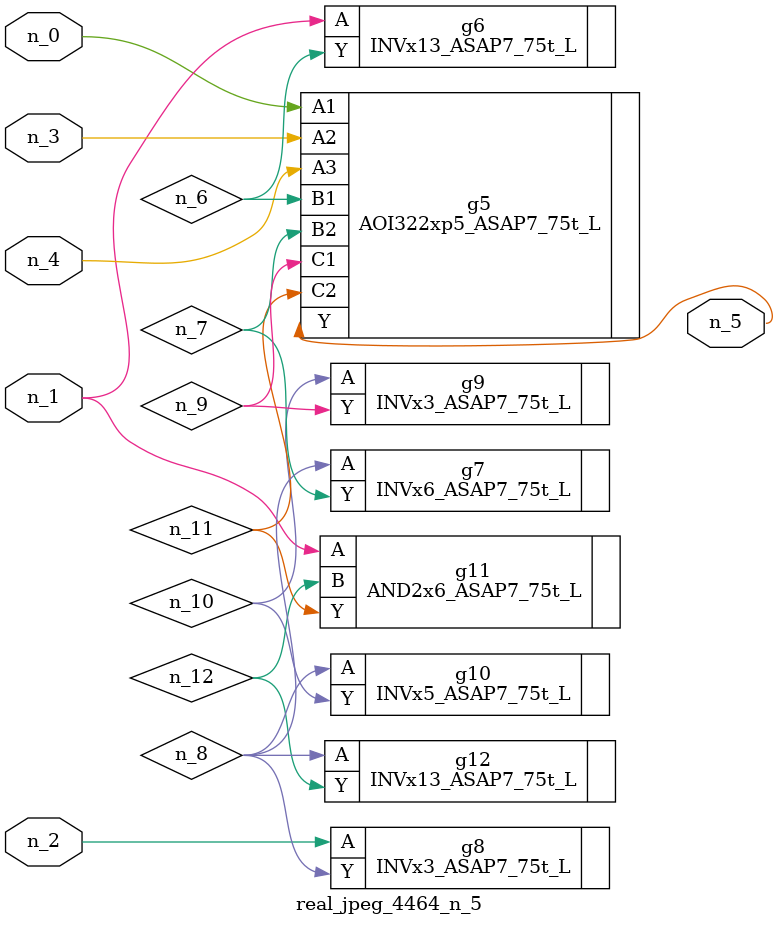
<source format=v>
module real_jpeg_4464_n_5 (n_4, n_0, n_1, n_2, n_3, n_5);

input n_4;
input n_0;
input n_1;
input n_2;
input n_3;

output n_5;

wire n_12;
wire n_8;
wire n_11;
wire n_6;
wire n_7;
wire n_10;
wire n_9;

AOI322xp5_ASAP7_75t_L g5 ( 
.A1(n_0),
.A2(n_3),
.A3(n_4),
.B1(n_6),
.B2(n_7),
.C1(n_9),
.C2(n_11),
.Y(n_5)
);

INVx13_ASAP7_75t_L g6 ( 
.A(n_1),
.Y(n_6)
);

AND2x6_ASAP7_75t_L g11 ( 
.A(n_1),
.B(n_12),
.Y(n_11)
);

INVx3_ASAP7_75t_L g8 ( 
.A(n_2),
.Y(n_8)
);

INVx6_ASAP7_75t_L g7 ( 
.A(n_8),
.Y(n_7)
);

INVx5_ASAP7_75t_L g10 ( 
.A(n_8),
.Y(n_10)
);

INVx13_ASAP7_75t_L g12 ( 
.A(n_8),
.Y(n_12)
);

INVx3_ASAP7_75t_L g9 ( 
.A(n_10),
.Y(n_9)
);


endmodule
</source>
